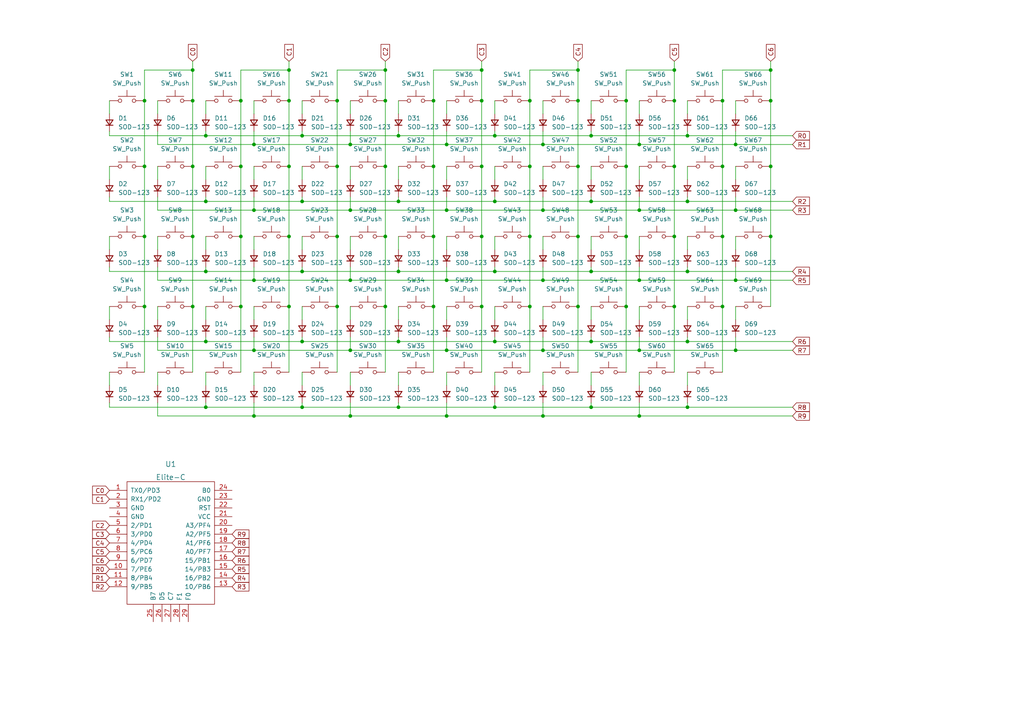
<source format=kicad_sch>
(kicad_sch (version 20211123) (generator eeschema)
  (paper "A4")
  (lib_symbols
    (symbol "Device:D_Small" (pin_numbers hide) (pin_names (offset 0.254) hide)
      (property "Reference" "D" (at -1.27 2.032 0))
      (property "Value" "D_Small" (at -3.81 -2.032 0))
      (symbol "D_Small_1_1"
        (pin passive line (at -2.54 0 0) (length 1.778) (name "K") (number "1"))
        (pin passive line (at 2.54 0 180) (length 1.778) (name "A") (number "2"))
      )
    )
    (symbol "Switch:SW_Push" (pin_numbers hide) (pin_names (offset 1.016) hide)
      (property "Reference" "SW" (at 1.27 2.54 0))
      (property "Value" "SW_Push" (at 0 -1.524 0))
      (symbol "SW_Push_0_1"
        (pin passive line (at -5.08 0 0) (length 2.54) (name "1") (number "1"))
        (pin passive line (at 5.08 0 180) (length 2.54) (name "2") (number "2"))
      )
    )
    (symbol "keebio:Elite-C" (pin_names (offset 1.016))
      (property "Reference" "U" (at 0 0 0))
      (property "Value" "Elite-C" (at 0 2.54 0))
      (symbol "Elite-C_1_1"
        (pin input line (at -17.78 13.97 0) (length 5.08) (name "TX0/PD3") (number "1"))
        (pin input line (at -17.78 -8.89 0) (length 5.08) (name "7/PE6") (number "10"))
        (pin input line (at -17.78 -11.43 0) (length 5.08) (name "8/PB4") (number "11"))
        (pin input line (at -17.78 -13.97 0) (length 5.08) (name "9/PB5") (number "12"))
        (pin input line (at 17.78 -13.97 180) (length 5.08) (name "10/PB6") (number "13"))
        (pin input line (at 17.78 -11.43 180) (length 5.08) (name "16/PB2") (number "14"))
        (pin input line (at 17.78 -8.89 180) (length 5.08) (name "14/PB3") (number "15"))
        (pin input line (at 17.78 -6.35 180) (length 5.08) (name "15/PB1") (number "16"))
        (pin input line (at 17.78 -3.81 180) (length 5.08) (name "A0/PF7") (number "17"))
        (pin input line (at 17.78 -1.27 180) (length 5.08) (name "A1/PF6") (number "18"))
        (pin input line (at 17.78 1.27 180) (length 5.08) (name "A2/PF5") (number "19"))
        (pin input line (at -17.78 11.43 0) (length 5.08) (name "RX1/PD2") (number "2"))
        (pin input line (at 17.78 3.81 180) (length 5.08) (name "A3/PF4") (number "20"))
        (pin input line (at 17.78 6.35 180) (length 5.08) (name "VCC") (number "21"))
        (pin input line (at 17.78 8.89 180) (length 5.08) (name "RST") (number "22"))
        (pin input line (at 17.78 11.43 180) (length 5.08) (name "GND") (number "23"))
        (pin input line (at 17.78 13.97 180) (length 5.08) (name "B0") (number "24"))
        (pin input line (at -5.08 -24.13 90) (length 5.08) (name "B7") (number "25"))
        (pin input line (at -2.54 -24.13 90) (length 5.08) (name "D5") (number "26"))
        (pin input line (at 0 -24.13 90) (length 5.08) (name "C7") (number "27"))
        (pin input line (at 2.54 -24.13 90) (length 5.08) (name "F1") (number "28"))
        (pin input line (at 5.08 -24.13 90) (length 5.08) (name "F0") (number "29"))
        (pin input line (at -17.78 8.89 0) (length 5.08) (name "GND") (number "3"))
        (pin input line (at -17.78 6.35 0) (length 5.08) (name "GND") (number "4"))
        (pin input line (at -17.78 3.81 0) (length 5.08) (name "2/PD1") (number "5"))
        (pin input line (at -17.78 1.27 0) (length 5.08) (name "3/PD0") (number "6"))
        (pin input line (at -17.78 -1.27 0) (length 5.08) (name "4/PD4") (number "7"))
        (pin input line (at -17.78 -3.81 0) (length 5.08) (name "5/PC6") (number "8"))
        (pin input line (at -17.78 -6.35 0) (length 5.08) (name "6/PD7") (number "9"))
      )
    )
  )
  (junction (at 223.52 29.21))
  (junction (at 185.42 41.91))
  (junction (at 111.76 29.21))
  (junction (at 157.48 60.96))
  (junction (at 153.67 48.26))
  (junction (at 87.63 78.74))
  (junction (at 129.54 41.91))
  (junction (at 111.76 20.32))
  (junction (at 55.88 48.26))
  (junction (at 167.64 48.26))
  (junction (at 167.64 20.32))
  (junction (at 97.79 68.58))
  (junction (at 139.7 48.26))
  (junction (at 115.57 39.37))
  (junction (at 41.91 48.26))
  (junction (at 153.67 29.21))
  (junction (at 213.36 41.91))
  (junction (at 97.79 29.21))
  (junction (at 213.36 60.96))
  (junction (at 97.79 88.9))
  (junction (at 143.51 39.37))
  (junction (at 185.42 101.6))
  (junction (at 213.36 81.28))
  (junction (at 115.57 78.74))
  (junction (at 83.82 88.9))
  (junction (at 73.66 81.28))
  (junction (at 69.85 48.26))
  (junction (at 181.61 88.9))
  (junction (at 143.51 58.42))
  (junction (at 59.69 58.42))
  (junction (at 171.45 39.37))
  (junction (at 167.64 68.58))
  (junction (at 111.76 88.9))
  (junction (at 101.6 120.65))
  (junction (at 157.48 81.28))
  (junction (at 157.48 120.65))
  (junction (at 83.82 68.58))
  (junction (at 167.64 29.21))
  (junction (at 111.76 48.26))
  (junction (at 143.51 99.06))
  (junction (at 97.79 48.26))
  (junction (at 199.39 39.37))
  (junction (at 199.39 58.42))
  (junction (at 129.54 60.96))
  (junction (at 59.69 99.06))
  (junction (at 185.42 60.96))
  (junction (at 139.7 88.9))
  (junction (at 157.48 101.6))
  (junction (at 101.6 101.6))
  (junction (at 73.66 41.91))
  (junction (at 153.67 68.58))
  (junction (at 125.73 29.21))
  (junction (at 87.63 58.42))
  (junction (at 139.7 29.21))
  (junction (at 83.82 48.26))
  (junction (at 73.66 101.6))
  (junction (at 101.6 81.28))
  (junction (at 101.6 41.91))
  (junction (at 125.73 48.26))
  (junction (at 181.61 48.26))
  (junction (at 139.7 20.32))
  (junction (at 195.58 29.21))
  (junction (at 55.88 29.21))
  (junction (at 129.54 120.65))
  (junction (at 125.73 88.9))
  (junction (at 209.55 29.21))
  (junction (at 83.82 20.32))
  (junction (at 87.63 39.37))
  (junction (at 213.36 101.6))
  (junction (at 73.66 60.96))
  (junction (at 41.91 88.9))
  (junction (at 199.39 118.11))
  (junction (at 171.45 58.42))
  (junction (at 195.58 68.58))
  (junction (at 125.73 68.58))
  (junction (at 55.88 88.9))
  (junction (at 195.58 48.26))
  (junction (at 115.57 58.42))
  (junction (at 83.82 29.21))
  (junction (at 181.61 68.58))
  (junction (at 143.51 78.74))
  (junction (at 143.51 118.11))
  (junction (at 115.57 118.11))
  (junction (at 223.52 68.58))
  (junction (at 171.45 118.11))
  (junction (at 87.63 99.06))
  (junction (at 199.39 99.06))
  (junction (at 167.64 88.9))
  (junction (at 87.63 118.11))
  (junction (at 199.39 78.74))
  (junction (at 223.52 20.32))
  (junction (at 185.42 120.65))
  (junction (at 101.6 60.96))
  (junction (at 59.69 118.11))
  (junction (at 153.67 88.9))
  (junction (at 129.54 101.6))
  (junction (at 73.66 120.65))
  (junction (at 129.54 81.28))
  (junction (at 157.48 41.91))
  (junction (at 209.55 88.9))
  (junction (at 195.58 88.9))
  (junction (at 69.85 68.58))
  (junction (at 181.61 29.21))
  (junction (at 59.69 78.74))
  (junction (at 69.85 29.21))
  (junction (at 69.85 88.9))
  (junction (at 41.91 29.21))
  (junction (at 55.88 20.32))
  (junction (at 115.57 99.06))
  (junction (at 209.55 48.26))
  (junction (at 55.88 68.58))
  (junction (at 139.7 68.58))
  (junction (at 195.58 20.32))
  (junction (at 171.45 78.74))
  (junction (at 171.45 99.06))
  (junction (at 223.52 48.26))
  (junction (at 41.91 68.58))
  (junction (at 111.76 68.58))
  (junction (at 59.69 39.37))
  (junction (at 185.42 81.28))
  (junction (at 209.55 68.58))
  (wire (pts (xy 41.91 48.26) (xy 41.91 29.21)))
  (wire (pts (xy 199.39 57.15) (xy 199.39 58.42)))
  (wire (pts (xy 171.45 68.58) (xy 171.45 72.39)))
  (wire (pts (xy 73.66 107.95) (xy 73.66 111.76)))
  (wire (pts (xy 185.42 41.91) (xy 213.36 41.91)))
  (wire (pts (xy 69.85 29.21) (xy 69.85 20.32)))
  (wire (pts (xy 171.45 88.9) (xy 171.45 92.71)))
  (wire (pts (xy 125.73 48.26) (xy 125.73 29.21)))
  (wire (pts (xy 115.57 88.9) (xy 115.57 92.71)))
  (wire (pts (xy 87.63 57.15) (xy 87.63 58.42)))
  (wire (pts (xy 157.48 88.9) (xy 157.48 92.71)))
  (wire (pts (xy 59.69 29.21) (xy 59.69 33.02)))
  (wire (pts (xy 69.85 20.32) (xy 83.82 20.32)))
  (wire (pts (xy 129.54 38.1) (xy 129.54 41.91)))
  (wire (pts (xy 199.39 39.37) (xy 229.87 39.37)))
  (wire (pts (xy 199.39 29.21) (xy 199.39 33.02)))
  (wire (pts (xy 31.75 118.11) (xy 59.69 118.11)))
  (wire (pts (xy 87.63 39.37) (xy 115.57 39.37)))
  (wire (pts (xy 73.66 77.47) (xy 73.66 81.28)))
  (wire (pts (xy 45.72 60.96) (xy 73.66 60.96)))
  (wire (pts (xy 111.76 29.21) (xy 111.76 48.26)))
  (wire (pts (xy 185.42 81.28) (xy 213.36 81.28)))
  (wire (pts (xy 97.79 68.58) (xy 97.79 48.26)))
  (wire (pts (xy 87.63 58.42) (xy 115.57 58.42)))
  (wire (pts (xy 143.51 68.58) (xy 143.51 72.39)))
  (wire (pts (xy 45.72 120.65) (xy 73.66 120.65)))
  (wire (pts (xy 143.51 88.9) (xy 143.51 92.71)))
  (wire (pts (xy 223.52 48.26) (xy 223.52 68.58)))
  (wire (pts (xy 87.63 38.1) (xy 87.63 39.37)))
  (wire (pts (xy 143.51 77.47) (xy 143.51 78.74)))
  (wire (pts (xy 101.6 68.58) (xy 101.6 72.39)))
  (wire (pts (xy 171.45 107.95) (xy 171.45 111.76)))
  (wire (pts (xy 213.36 38.1) (xy 213.36 41.91)))
  (wire (pts (xy 101.6 57.15) (xy 101.6 60.96)))
  (wire (pts (xy 83.82 48.26) (xy 83.82 68.58)))
  (wire (pts (xy 45.72 41.91) (xy 73.66 41.91)))
  (wire (pts (xy 73.66 60.96) (xy 101.6 60.96)))
  (wire (pts (xy 185.42 29.21) (xy 185.42 33.02)))
  (wire (pts (xy 199.39 58.42) (xy 229.87 58.42)))
  (wire (pts (xy 69.85 68.58) (xy 69.85 48.26)))
  (wire (pts (xy 125.73 68.58) (xy 125.73 48.26)))
  (wire (pts (xy 83.82 68.58) (xy 83.82 88.9)))
  (wire (pts (xy 143.51 107.95) (xy 143.51 111.76)))
  (wire (pts (xy 31.75 78.74) (xy 59.69 78.74)))
  (wire (pts (xy 59.69 97.79) (xy 59.69 99.06)))
  (wire (pts (xy 157.48 41.91) (xy 185.42 41.91)))
  (wire (pts (xy 185.42 60.96) (xy 213.36 60.96)))
  (wire (pts (xy 143.51 78.74) (xy 171.45 78.74)))
  (wire (pts (xy 101.6 88.9) (xy 101.6 92.71)))
  (wire (pts (xy 139.7 88.9) (xy 139.7 107.95)))
  (wire (pts (xy 223.52 29.21) (xy 223.52 48.26)))
  (wire (pts (xy 129.54 57.15) (xy 129.54 60.96)))
  (wire (pts (xy 199.39 78.74) (xy 229.87 78.74)))
  (wire (pts (xy 59.69 48.26) (xy 59.69 52.07)))
  (wire (pts (xy 223.52 17.78) (xy 223.52 20.32)))
  (wire (pts (xy 181.61 107.95) (xy 181.61 88.9)))
  (wire (pts (xy 129.54 107.95) (xy 129.54 111.76)))
  (wire (pts (xy 157.48 116.84) (xy 157.48 120.65)))
  (wire (pts (xy 45.72 97.79) (xy 45.72 101.6)))
  (wire (pts (xy 55.88 17.78) (xy 55.88 20.32)))
  (wire (pts (xy 209.55 20.32) (xy 223.52 20.32)))
  (wire (pts (xy 41.91 88.9) (xy 41.91 68.58)))
  (wire (pts (xy 97.79 88.9) (xy 97.79 68.58)))
  (wire (pts (xy 45.72 57.15) (xy 45.72 60.96)))
  (wire (pts (xy 171.45 78.74) (xy 199.39 78.74)))
  (wire (pts (xy 139.7 17.78) (xy 139.7 20.32)))
  (wire (pts (xy 129.54 116.84) (xy 129.54 120.65)))
  (wire (pts (xy 153.67 88.9) (xy 153.67 68.58)))
  (wire (pts (xy 59.69 78.74) (xy 87.63 78.74)))
  (wire (pts (xy 55.88 68.58) (xy 55.88 88.9)))
  (wire (pts (xy 213.36 41.91) (xy 229.87 41.91)))
  (wire (pts (xy 111.76 48.26) (xy 111.76 68.58)))
  (wire (pts (xy 213.36 68.58) (xy 213.36 72.39)))
  (wire (pts (xy 171.45 57.15) (xy 171.45 58.42)))
  (wire (pts (xy 209.55 88.9) (xy 209.55 68.58)))
  (wire (pts (xy 171.45 38.1) (xy 171.45 39.37)))
  (wire (pts (xy 213.36 48.26) (xy 213.36 52.07)))
  (wire (pts (xy 115.57 116.84) (xy 115.57 118.11)))
  (wire (pts (xy 59.69 107.95) (xy 59.69 111.76)))
  (wire (pts (xy 73.66 120.65) (xy 101.6 120.65)))
  (wire (pts (xy 31.75 48.26) (xy 31.75 52.07)))
  (wire (pts (xy 87.63 29.21) (xy 87.63 33.02)))
  (wire (pts (xy 167.64 88.9) (xy 167.64 107.95)))
  (wire (pts (xy 185.42 38.1) (xy 185.42 41.91)))
  (wire (pts (xy 87.63 78.74) (xy 115.57 78.74)))
  (wire (pts (xy 129.54 68.58) (xy 129.54 72.39)))
  (wire (pts (xy 185.42 101.6) (xy 213.36 101.6)))
  (wire (pts (xy 87.63 48.26) (xy 87.63 52.07)))
  (wire (pts (xy 101.6 81.28) (xy 129.54 81.28)))
  (wire (pts (xy 115.57 68.58) (xy 115.57 72.39)))
  (wire (pts (xy 171.45 116.84) (xy 171.45 118.11)))
  (wire (pts (xy 101.6 41.91) (xy 129.54 41.91)))
  (wire (pts (xy 45.72 88.9) (xy 45.72 92.71)))
  (wire (pts (xy 185.42 77.47) (xy 185.42 81.28)))
  (wire (pts (xy 157.48 29.21) (xy 157.48 33.02)))
  (wire (pts (xy 101.6 116.84) (xy 101.6 120.65)))
  (wire (pts (xy 199.39 68.58) (xy 199.39 72.39)))
  (wire (pts (xy 171.45 29.21) (xy 171.45 33.02)))
  (wire (pts (xy 115.57 99.06) (xy 143.51 99.06)))
  (wire (pts (xy 167.64 20.32) (xy 167.64 29.21)))
  (wire (pts (xy 171.45 97.79) (xy 171.45 99.06)))
  (wire (pts (xy 31.75 99.06) (xy 59.69 99.06)))
  (wire (pts (xy 41.91 29.21) (xy 41.91 20.32)))
  (wire (pts (xy 181.61 68.58) (xy 181.61 48.26)))
  (wire (pts (xy 59.69 99.06) (xy 87.63 99.06)))
  (wire (pts (xy 195.58 48.26) (xy 195.58 68.58)))
  (wire (pts (xy 153.67 29.21) (xy 153.67 20.32)))
  (wire (pts (xy 223.52 20.32) (xy 223.52 29.21)))
  (wire (pts (xy 129.54 97.79) (xy 129.54 101.6)))
  (wire (pts (xy 199.39 97.79) (xy 199.39 99.06)))
  (wire (pts (xy 83.82 17.78) (xy 83.82 20.32)))
  (wire (pts (xy 157.48 68.58) (xy 157.48 72.39)))
  (wire (pts (xy 223.52 68.58) (xy 223.52 88.9)))
  (wire (pts (xy 181.61 88.9) (xy 181.61 68.58)))
  (wire (pts (xy 45.72 81.28) (xy 73.66 81.28)))
  (wire (pts (xy 87.63 116.84) (xy 87.63 118.11)))
  (wire (pts (xy 97.79 48.26) (xy 97.79 29.21)))
  (wire (pts (xy 41.91 20.32) (xy 55.88 20.32)))
  (wire (pts (xy 87.63 97.79) (xy 87.63 99.06)))
  (wire (pts (xy 185.42 120.65) (xy 229.87 120.65)))
  (wire (pts (xy 41.91 107.95) (xy 41.91 88.9)))
  (wire (pts (xy 73.66 29.21) (xy 73.66 33.02)))
  (wire (pts (xy 209.55 48.26) (xy 209.55 29.21)))
  (wire (pts (xy 143.51 116.84) (xy 143.51 118.11)))
  (wire (pts (xy 31.75 97.79) (xy 31.75 99.06)))
  (wire (pts (xy 97.79 29.21) (xy 97.79 20.32)))
  (wire (pts (xy 157.48 81.28) (xy 185.42 81.28)))
  (wire (pts (xy 73.66 116.84) (xy 73.66 120.65)))
  (wire (pts (xy 157.48 48.26) (xy 157.48 52.07)))
  (wire (pts (xy 181.61 20.32) (xy 195.58 20.32)))
  (wire (pts (xy 185.42 88.9) (xy 185.42 92.71)))
  (wire (pts (xy 213.36 77.47) (xy 213.36 81.28)))
  (wire (pts (xy 143.51 99.06) (xy 171.45 99.06)))
  (wire (pts (xy 45.72 107.95) (xy 45.72 111.76)))
  (wire (pts (xy 129.54 120.65) (xy 157.48 120.65)))
  (wire (pts (xy 83.82 88.9) (xy 83.82 107.95)))
  (wire (pts (xy 129.54 88.9) (xy 129.54 92.71)))
  (wire (pts (xy 171.45 99.06) (xy 199.39 99.06)))
  (wire (pts (xy 185.42 116.84) (xy 185.42 120.65)))
  (wire (pts (xy 167.64 48.26) (xy 167.64 68.58)))
  (wire (pts (xy 129.54 101.6) (xy 157.48 101.6)))
  (wire (pts (xy 87.63 77.47) (xy 87.63 78.74)))
  (wire (pts (xy 101.6 60.96) (xy 129.54 60.96)))
  (wire (pts (xy 157.48 97.79) (xy 157.48 101.6)))
  (wire (pts (xy 129.54 29.21) (xy 129.54 33.02)))
  (wire (pts (xy 181.61 29.21) (xy 181.61 20.32)))
  (wire (pts (xy 45.72 116.84) (xy 45.72 120.65)))
  (wire (pts (xy 213.36 60.96) (xy 229.87 60.96)))
  (wire (pts (xy 199.39 88.9) (xy 199.39 92.71)))
  (wire (pts (xy 171.45 118.11) (xy 199.39 118.11)))
  (wire (pts (xy 115.57 78.74) (xy 143.51 78.74)))
  (wire (pts (xy 195.58 20.32) (xy 195.58 29.21)))
  (wire (pts (xy 101.6 38.1) (xy 101.6 41.91)))
  (wire (pts (xy 143.51 38.1) (xy 143.51 39.37)))
  (wire (pts (xy 101.6 77.47) (xy 101.6 81.28)))
  (wire (pts (xy 167.64 68.58) (xy 167.64 88.9)))
  (wire (pts (xy 199.39 99.06) (xy 229.87 99.06)))
  (wire (pts (xy 157.48 57.15) (xy 157.48 60.96)))
  (wire (pts (xy 143.51 57.15) (xy 143.51 58.42)))
  (wire (pts (xy 59.69 116.84) (xy 59.69 118.11)))
  (wire (pts (xy 199.39 116.84) (xy 199.39 118.11)))
  (wire (pts (xy 185.42 97.79) (xy 185.42 101.6)))
  (wire (pts (xy 83.82 29.21) (xy 83.82 48.26)))
  (wire (pts (xy 139.7 29.21) (xy 139.7 48.26)))
  (wire (pts (xy 97.79 107.95) (xy 97.79 88.9)))
  (wire (pts (xy 31.75 88.9) (xy 31.75 92.71)))
  (wire (pts (xy 87.63 118.11) (xy 115.57 118.11)))
  (wire (pts (xy 31.75 38.1) (xy 31.75 39.37)))
  (wire (pts (xy 83.82 20.32) (xy 83.82 29.21)))
  (wire (pts (xy 157.48 101.6) (xy 185.42 101.6)))
  (wire (pts (xy 185.42 107.95) (xy 185.42 111.76)))
  (wire (pts (xy 45.72 48.26) (xy 45.72 52.07)))
  (wire (pts (xy 213.36 57.15) (xy 213.36 60.96)))
  (wire (pts (xy 101.6 101.6) (xy 129.54 101.6)))
  (wire (pts (xy 199.39 118.11) (xy 229.87 118.11)))
  (wire (pts (xy 143.51 39.37) (xy 171.45 39.37)))
  (wire (pts (xy 157.48 120.65) (xy 185.42 120.65)))
  (wire (pts (xy 171.45 77.47) (xy 171.45 78.74)))
  (wire (pts (xy 195.58 88.9) (xy 195.58 107.95)))
  (wire (pts (xy 55.88 88.9) (xy 55.88 107.95)))
  (wire (pts (xy 55.88 20.32) (xy 55.88 29.21)))
  (wire (pts (xy 31.75 107.95) (xy 31.75 111.76)))
  (wire (pts (xy 195.58 17.78) (xy 195.58 20.32)))
  (wire (pts (xy 115.57 48.26) (xy 115.57 52.07)))
  (wire (pts (xy 213.36 97.79) (xy 213.36 101.6)))
  (wire (pts (xy 185.42 57.15) (xy 185.42 60.96)))
  (wire (pts (xy 73.66 97.79) (xy 73.66 101.6)))
  (wire (pts (xy 129.54 81.28) (xy 157.48 81.28)))
  (wire (pts (xy 59.69 58.42) (xy 87.63 58.42)))
  (wire (pts (xy 209.55 88.9) (xy 209.55 107.95)))
  (wire (pts (xy 171.45 39.37) (xy 199.39 39.37)))
  (wire (pts (xy 209.55 68.58) (xy 209.55 48.26)))
  (wire (pts (xy 45.72 29.21) (xy 45.72 33.02)))
  (wire (pts (xy 129.54 48.26) (xy 129.54 52.07)))
  (wire (pts (xy 31.75 29.21) (xy 31.75 33.02)))
  (wire (pts (xy 111.76 17.78) (xy 111.76 20.32)))
  (wire (pts (xy 213.36 81.28) (xy 229.87 81.28)))
  (wire (pts (xy 129.54 60.96) (xy 157.48 60.96)))
  (wire (pts (xy 73.66 48.26) (xy 73.66 52.07)))
  (wire (pts (xy 55.88 48.26) (xy 55.88 68.58)))
  (wire (pts (xy 199.39 48.26) (xy 199.39 52.07)))
  (wire (pts (xy 185.42 68.58) (xy 185.42 72.39)))
  (wire (pts (xy 59.69 57.15) (xy 59.69 58.42)))
  (wire (pts (xy 125.73 20.32) (xy 139.7 20.32)))
  (wire (pts (xy 213.36 101.6) (xy 229.87 101.6)))
  (wire (pts (xy 157.48 107.95) (xy 157.48 111.76)))
  (wire (pts (xy 73.66 88.9) (xy 73.66 92.71)))
  (wire (pts (xy 101.6 120.65) (xy 129.54 120.65)))
  (wire (pts (xy 153.67 20.32) (xy 167.64 20.32)))
  (wire (pts (xy 69.85 48.26) (xy 69.85 29.21)))
  (wire (pts (xy 199.39 38.1) (xy 199.39 39.37)))
  (wire (pts (xy 129.54 41.91) (xy 157.48 41.91)))
  (wire (pts (xy 181.61 48.26) (xy 181.61 29.21)))
  (wire (pts (xy 143.51 58.42) (xy 171.45 58.42)))
  (wire (pts (xy 153.67 68.58) (xy 153.67 48.26)))
  (wire (pts (xy 153.67 107.95) (xy 153.67 88.9)))
  (wire (pts (xy 195.58 68.58) (xy 195.58 88.9)))
  (wire (pts (xy 157.48 38.1) (xy 157.48 41.91)))
  (wire (pts (xy 45.72 38.1) (xy 45.72 41.91)))
  (wire (pts (xy 143.51 29.21) (xy 143.51 33.02)))
  (wire (pts (xy 199.39 107.95) (xy 199.39 111.76)))
  (wire (pts (xy 45.72 101.6) (xy 73.66 101.6)))
  (wire (pts (xy 115.57 97.79) (xy 115.57 99.06)))
  (wire (pts (xy 139.7 20.32) (xy 139.7 29.21)))
  (wire (pts (xy 157.48 77.47) (xy 157.48 81.28)))
  (wire (pts (xy 101.6 29.21) (xy 101.6 33.02)))
  (wire (pts (xy 31.75 68.58) (xy 31.75 72.39)))
  (wire (pts (xy 101.6 48.26) (xy 101.6 52.07)))
  (wire (pts (xy 31.75 58.42) (xy 59.69 58.42)))
  (wire (pts (xy 115.57 58.42) (xy 143.51 58.42)))
  (wire (pts (xy 111.76 88.9) (xy 111.76 107.95)))
  (wire (pts (xy 87.63 68.58) (xy 87.63 72.39)))
  (wire (pts (xy 55.88 29.21) (xy 55.88 48.26)))
  (wire (pts (xy 101.6 97.79) (xy 101.6 101.6)))
  (wire (pts (xy 59.69 118.11) (xy 87.63 118.11)))
  (wire (pts (xy 125.73 107.95) (xy 125.73 88.9)))
  (wire (pts (xy 139.7 48.26) (xy 139.7 68.58)))
  (wire (pts (xy 69.85 107.95) (xy 69.85 88.9)))
  (wire (pts (xy 153.67 48.26) (xy 153.67 29.21)))
  (wire (pts (xy 41.91 68.58) (xy 41.91 48.26)))
  (wire (pts (xy 101.6 107.95) (xy 101.6 111.76)))
  (wire (pts (xy 31.75 116.84) (xy 31.75 118.11)))
  (wire (pts (xy 73.66 57.15) (xy 73.66 60.96)))
  (wire (pts (xy 31.75 77.47) (xy 31.75 78.74)))
  (wire (pts (xy 139.7 68.58) (xy 139.7 88.9)))
  (wire (pts (xy 59.69 39.37) (xy 87.63 39.37)))
  (wire (pts (xy 195.58 29.21) (xy 195.58 48.26)))
  (wire (pts (xy 97.79 20.32) (xy 111.76 20.32)))
  (wire (pts (xy 167.64 17.78) (xy 167.64 20.32)))
  (wire (pts (xy 73.66 68.58) (xy 73.66 72.39)))
  (wire (pts (xy 157.48 60.96) (xy 185.42 60.96)))
  (wire (pts (xy 73.66 41.91) (xy 101.6 41.91)))
  (wire (pts (xy 125.73 29.21) (xy 125.73 20.32)))
  (wire (pts (xy 213.36 29.21) (xy 213.36 33.02)))
  (wire (pts (xy 143.51 118.11) (xy 171.45 118.11)))
  (wire (pts (xy 171.45 48.26) (xy 171.45 52.07)))
  (wire (pts (xy 45.72 68.58) (xy 45.72 72.39)))
  (wire (pts (xy 171.45 58.42) (xy 199.39 58.42)))
  (wire (pts (xy 143.51 48.26) (xy 143.51 52.07)))
  (wire (pts (xy 115.57 39.37) (xy 143.51 39.37)))
  (wire (pts (xy 87.63 99.06) (xy 115.57 99.06)))
  (wire (pts (xy 87.63 88.9) (xy 87.63 92.71)))
  (wire (pts (xy 213.36 88.9) (xy 213.36 92.71)))
  (wire (pts (xy 59.69 68.58) (xy 59.69 72.39)))
  (wire (pts (xy 59.69 38.1) (xy 59.69 39.37)))
  (wire (pts (xy 31.75 57.15) (xy 31.75 58.42)))
  (wire (pts (xy 115.57 38.1) (xy 115.57 39.37)))
  (wire (pts (xy 73.66 38.1) (xy 73.66 41.91)))
  (wire (pts (xy 115.57 118.11) (xy 143.51 118.11)))
  (wire (pts (xy 45.72 77.47) (xy 45.72 81.28)))
  (wire (pts (xy 185.42 48.26) (xy 185.42 52.07)))
  (wire (pts (xy 115.57 107.95) (xy 115.57 111.76)))
  (wire (pts (xy 199.39 77.47) (xy 199.39 78.74)))
  (wire (pts (xy 69.85 88.9) (xy 69.85 68.58)))
  (wire (pts (xy 111.76 68.58) (xy 111.76 88.9)))
  (wire (pts (xy 59.69 77.47) (xy 59.69 78.74)))
  (wire (pts (xy 87.63 107.95) (xy 87.63 111.76)))
  (wire (pts (xy 143.51 97.79) (xy 143.51 99.06)))
  (wire (pts (xy 129.54 77.47) (xy 129.54 81.28)))
  (wire (pts (xy 125.73 88.9) (xy 125.73 68.58)))
  (wire (pts (xy 115.57 57.15) (xy 115.57 58.42)))
  (wire (pts (xy 59.69 88.9) (xy 59.69 92.71)))
  (wire (pts (xy 31.75 39.37) (xy 59.69 39.37)))
  (wire (pts (xy 111.76 20.32) (xy 111.76 29.21)))
  (wire (pts (xy 167.64 29.21) (xy 167.64 48.26)))
  (wire (pts (xy 115.57 77.47) (xy 115.57 78.74)))
  (wire (pts (xy 209.55 29.21) (xy 209.55 20.32)))
  (wire (pts (xy 73.66 101.6) (xy 101.6 101.6)))
  (wire (pts (xy 73.66 81.28) (xy 101.6 81.28)))
  (wire (pts (xy 115.57 29.21) (xy 115.57 33.02)))
  (global_label "R8" (shape input) (at 229.87 118.11 0) (property "Intersheet References" "${INTERSHEET_REFS}" (effects hide)))
  (global_label "C3" (shape input) (at 139.7 17.78 90) (property "Intersheet References" "${INTERSHEET_REFS}" (effects hide)))
  (global_label "C4" (shape input) (at 31.75 157.48 180) (property "Intersheet References" "${INTERSHEET_REFS}" (effects hide)))
  (global_label "R5" (shape input) (at 229.87 81.28 0) (property "Intersheet References" "${INTERSHEET_REFS}" (effects hide)))
  (global_label "R2" (shape input) (at 229.87 58.42 0) (property "Intersheet References" "${INTERSHEET_REFS}" (effects hide)))
  (global_label "R6" (shape input) (at 229.87 99.06 0) (property "Intersheet References" "${INTERSHEET_REFS}" (effects hide)))
  (global_label "R9" (shape input) (at 229.87 120.65 0) (property "Intersheet References" "${INTERSHEET_REFS}" (effects hide)))
  (global_label "R4" (shape input) (at 67.31 167.64 0) (property "Intersheet References" "${INTERSHEET_REFS}" (effects hide)))
  (global_label "C3" (shape input) (at 31.75 154.94 180) (property "Intersheet References" "${INTERSHEET_REFS}" (effects hide)))
  (global_label "C5" (shape input) (at 31.75 160.02 180) (property "Intersheet References" "${INTERSHEET_REFS}" (effects hide)))
  (global_label "R6" (shape input) (at 67.31 162.56 0) (property "Intersheet References" "${INTERSHEET_REFS}" (effects hide)))
  (global_label "C6" (shape input) (at 223.52 17.78 90) (property "Intersheet References" "${INTERSHEET_REFS}" (effects hide)))
  (global_label "C2" (shape input) (at 111.76 17.78 90) (property "Intersheet References" "${INTERSHEET_REFS}" (effects hide)))
  (global_label "R0" (shape input) (at 31.75 165.1 180) (property "Intersheet References" "${INTERSHEET_REFS}" (effects hide)))
  (global_label "C4" (shape input) (at 167.64 17.78 90) (property "Intersheet References" "${INTERSHEET_REFS}" (effects hide)))
  (global_label "R7" (shape input) (at 229.87 101.6 0) (property "Intersheet References" "${INTERSHEET_REFS}" (effects hide)))
  (global_label "R3" (shape input) (at 67.31 170.18 0) (property "Intersheet References" "${INTERSHEET_REFS}" (effects hide)))
  (global_label "R4" (shape input) (at 229.87 78.74 0) (property "Intersheet References" "${INTERSHEET_REFS}" (effects hide)))
  (global_label "R1" (shape input) (at 229.87 41.91 0) (property "Intersheet References" "${INTERSHEET_REFS}" (effects hide)))
  (global_label "C6" (shape input) (at 31.75 162.56 180) (property "Intersheet References" "${INTERSHEET_REFS}" (effects hide)))
  (global_label "R5" (shape input) (at 67.31 165.1 0) (property "Intersheet References" "${INTERSHEET_REFS}" (effects hide)))
  (global_label "R2" (shape input) (at 31.75 170.18 180) (property "Intersheet References" "${INTERSHEET_REFS}" (effects hide)))
  (global_label "C5" (shape input) (at 195.58 17.78 90) (property "Intersheet References" "${INTERSHEET_REFS}" (effects hide)))
  (global_label "R3" (shape input) (at 229.87 60.96 0) (property "Intersheet References" "${INTERSHEET_REFS}" (effects hide)))
  (global_label "C1" (shape input) (at 83.82 17.78 90) (property "Intersheet References" "${INTERSHEET_REFS}" (effects hide)))
  (global_label "C0" (shape input) (at 55.88 17.78 90) (property "Intersheet References" "${INTERSHEET_REFS}" (effects hide)))
  (global_label "C1" (shape input) (at 31.75 144.78 180) (property "Intersheet References" "${INTERSHEET_REFS}" (effects hide)))
  (global_label "C0" (shape input) (at 31.75 142.24 180) (property "Intersheet References" "${INTERSHEET_REFS}" (effects hide)))
  (global_label "C2" (shape input) (at 31.75 152.4 180) (property "Intersheet References" "${INTERSHEET_REFS}" (effects hide)))
  (global_label "R9" (shape input) (at 67.31 154.94 0) (property "Intersheet References" "${INTERSHEET_REFS}" (effects hide)))
  (global_label "R1" (shape input) (at 31.75 167.64 180) (property "Intersheet References" "${INTERSHEET_REFS}" (effects hide)))
  (global_label "R8" (shape input) (at 67.31 157.48 0) (property "Intersheet References" "${INTERSHEET_REFS}" (effects hide)))
  (global_label "R7" (shape input) (at 67.31 160.02 0) (property "Intersheet References" "${INTERSHEET_REFS}" (effects hide)))
  (global_label "R0" (shape input) (at 229.87 39.37 0) (property "Intersheet References" "${INTERSHEET_REFS}" (effects hide)))
  (symbol (lib_id "Device:D_Small") (at 87.63 35.56 90) (unit 1)
    (property "Reference" "D21" (at 90.17 34.2899 90) (effects (justify right)))
    (property "Value" "SOD-123" (at 90.17 36.8299 90) (effects (justify right)))
    (property "Footprint" "Diode_SMD:D_SOD-123" (effects hide))
  )
  (symbol (lib_id "Switch:SW_Push") (at 78.74 29.21 0) (unit 1)
    (property "Reference" "SW16" (at 78.74 21.59 0))
    (property "Value" "SW_Push" (at 78.74 24.13 0))
    (property "Footprint" "marbastlib-choc:SW_choc_1u" (effects hide))
  )
  (symbol (lib_id "Switch:SW_Push") (at 190.5 29.21 0) (unit 1)
    (property "Reference" "SW56" (at 190.5 21.59 0))
    (property "Value" "SW_Push" (at 190.5 24.13 0))
    (property "Footprint" "marbastlib-choc:SW_choc_1u" (effects hide))
  )
  (symbol (lib_id "Device:D_Small") (at 157.48 54.61 90) (unit 1)
    (property "Reference" "D47" (at 160.02 53.3399 90) (effects (justify right)))
    (property "Value" "SOD-123" (at 160.02 55.8799 90) (effects (justify right)))
    (property "Footprint" "Diode_SMD:D_SOD-123" (effects hide))
  )
  (symbol (lib_id "Device:D_Small") (at 59.69 114.3 90) (unit 1)
    (property "Reference" "D15" (at 62.23 113.0299 90) (effects (justify right)))
    (property "Value" "SOD-123" (at 62.23 115.5699 90) (effects (justify right)))
    (property "Footprint" "Diode_SMD:D_SOD-123" (effects hide))
  )
  (symbol (lib_id "Device:D_Small") (at 101.6 35.56 90) (unit 1)
    (property "Reference" "D26" (at 104.14 34.2899 90) (effects (justify right)))
    (property "Value" "SOD-123" (at 104.14 36.8299 90) (effects (justify right)))
    (property "Footprint" "Diode_SMD:D_SOD-123" (effects hide))
  )
  (symbol (lib_id "Device:D_Small") (at 171.45 35.56 90) (unit 1)
    (property "Reference" "D51" (at 173.99 34.2899 90) (effects (justify right)))
    (property "Value" "SOD-123" (at 173.99 36.8299 90) (effects (justify right)))
    (property "Footprint" "Diode_SMD:D_SOD-123" (effects hide))
  )
  (symbol (lib_id "Switch:SW_Push") (at 106.68 107.95 0) (unit 1)
    (property "Reference" "SW30" (at 106.68 100.33 0))
    (property "Value" "SW_Push" (at 106.68 102.87 0))
    (property "Footprint" "marbastlib-choc:SW_choc_1.5u" (effects hide))
  )
  (symbol (lib_id "Device:D_Small") (at 129.54 114.3 90) (unit 1)
    (property "Reference" "D40" (at 132.08 113.0299 90) (effects (justify right)))
    (property "Value" "SOD-123" (at 132.08 115.5699 90) (effects (justify right)))
    (property "Footprint" "Diode_SMD:D_SOD-123" (effects hide))
  )
  (symbol (lib_id "Switch:SW_Push") (at 148.59 88.9 0) (unit 1)
    (property "Reference" "SW44" (at 148.59 81.28 0))
    (property "Value" "SW_Push" (at 148.59 83.82 0))
    (property "Footprint" "marbastlib-choc:SW_choc_1u" (effects hide))
  )
  (symbol (lib_id "Switch:SW_Push") (at 120.65 48.26 0) (unit 1)
    (property "Reference" "SW32" (at 120.65 40.64 0))
    (property "Value" "SW_Push" (at 120.65 43.18 0))
    (property "Footprint" "marbastlib-choc:SW_choc_1u" (effects hide))
  )
  (symbol (lib_id "Switch:SW_Push") (at 176.53 29.21 0) (unit 1)
    (property "Reference" "SW51" (at 176.53 21.59 0))
    (property "Value" "SW_Push" (at 176.53 24.13 0))
    (property "Footprint" "marbastlib-choc:SW_choc_1u" (effects hide))
  )
  (symbol (lib_id "Device:D_Small") (at 101.6 114.3 90) (unit 1)
    (property "Reference" "D30" (at 104.14 113.0299 90) (effects (justify right)))
    (property "Value" "SOD-123" (at 104.14 115.5699 90) (effects (justify right)))
    (property "Footprint" "Diode_SMD:D_SOD-123" (effects hide))
  )
  (symbol (lib_id "Switch:SW_Push") (at 134.62 68.58 0) (unit 1)
    (property "Reference" "SW38" (at 134.62 60.96 0))
    (property "Value" "SW_Push" (at 134.62 63.5 0))
    (property "Footprint" "marbastlib-choc:SW_choc_1u" (effects hide))
  )
  (symbol (lib_id "Device:D_Small") (at 115.57 74.93 90) (unit 1)
    (property "Reference" "D33" (at 118.11 73.6599 90) (effects (justify right)))
    (property "Value" "SOD-123" (at 118.11 76.1999 90) (effects (justify right)))
    (property "Footprint" "Diode_SMD:D_SOD-123" (effects hide))
  )
  (symbol (lib_id "Device:D_Small") (at 129.54 74.93 90) (unit 1)
    (property "Reference" "D38" (at 132.08 73.6599 90) (effects (justify right)))
    (property "Value" "SOD-123" (at 132.08 76.1999 90) (effects (justify right)))
    (property "Footprint" "Diode_SMD:D_SOD-123" (effects hide))
  )
  (symbol (lib_id "Switch:SW_Push") (at 36.83 107.95 0) (unit 1)
    (property "Reference" "SW5" (at 36.83 100.33 0))
    (property "Value" "SW_Push" (at 36.83 102.87 0))
    (property "Footprint" "marbastlib-choc:SW_choc_1u" (effects hide))
  )
  (symbol (lib_id "Device:D_Small") (at 185.42 35.56 90) (unit 1)
    (property "Reference" "D56" (at 187.96 34.2899 90) (effects (justify right)))
    (property "Value" "SOD-123" (at 187.96 36.8299 90) (effects (justify right)))
    (property "Footprint" "Diode_SMD:D_SOD-123" (effects hide))
  )
  (symbol (lib_id "Device:D_Small") (at 199.39 54.61 90) (unit 1)
    (property "Reference" "D62" (at 201.93 53.3399 90) (effects (justify right)))
    (property "Value" "SOD-123" (at 201.93 55.8799 90) (effects (justify right)))
    (property "Footprint" "Diode_SMD:D_SOD-123" (effects hide))
  )
  (symbol (lib_id "Device:D_Small") (at 185.42 54.61 90) (unit 1)
    (property "Reference" "D57" (at 187.96 53.3399 90) (effects (justify right)))
    (property "Value" "SOD-123" (at 187.96 55.8799 90) (effects (justify right)))
    (property "Footprint" "Diode_SMD:D_SOD-123" (effects hide))
  )
  (symbol (lib_id "Device:D_Small") (at 213.36 54.61 90) (unit 1)
    (property "Reference" "D67" (at 215.9 53.3399 90) (effects (justify right)))
    (property "Value" "SOD-123" (at 215.9 55.8799 90) (effects (justify right)))
    (property "Footprint" "Diode_SMD:D_SOD-123" (effects hide))
  )
  (symbol (lib_id "Device:D_Small") (at 31.75 114.3 90) (unit 1)
    (property "Reference" "D5" (at 34.29 113.0299 90) (effects (justify right)))
    (property "Value" "SOD-123" (at 34.29 115.5699 90) (effects (justify right)))
    (property "Footprint" "Diode_SMD:D_SOD-123" (effects hide))
  )
  (symbol (lib_id "Device:D_Small") (at 115.57 95.25 90) (unit 1)
    (property "Reference" "D34" (at 118.11 93.9799 90) (effects (justify right)))
    (property "Value" "SOD-123" (at 118.11 96.5199 90) (effects (justify right)))
    (property "Footprint" "Diode_SMD:D_SOD-123" (effects hide))
  )
  (symbol (lib_id "Switch:SW_Push") (at 204.47 88.9 0) (unit 1)
    (property "Reference" "SW64" (at 204.47 81.28 0))
    (property "Value" "SW_Push" (at 204.47 83.82 0))
    (property "Footprint" "marbastlib-choc:SW_choc_1u" (effects hide))
  )
  (symbol (lib_id "Device:D_Small") (at 213.36 74.93 90) (unit 1)
    (property "Reference" "D68" (at 215.9 73.6599 90) (effects (justify right)))
    (property "Value" "SOD-123" (at 215.9 76.1999 90) (effects (justify right)))
    (property "Footprint" "Diode_SMD:D_SOD-123" (effects hide))
  )
  (symbol (lib_id "Switch:SW_Push") (at 50.8 68.58 0) (unit 1)
    (property "Reference" "SW8" (at 50.8 60.96 0))
    (property "Value" "SW_Push" (at 50.8 63.5 0))
    (property "Footprint" "marbastlib-choc:SW_choc_1u" (effects hide))
  )
  (symbol (lib_id "Device:D_Small") (at 185.42 114.3 90) (unit 1)
    (property "Reference" "D60" (at 187.96 113.0299 90) (effects (justify right)))
    (property "Value" "SOD-123" (at 187.96 115.5699 90) (effects (justify right)))
    (property "Footprint" "Diode_SMD:D_SOD-123" (effects hide))
  )
  (symbol (lib_id "Switch:SW_Push") (at 162.56 48.26 0) (unit 1)
    (property "Reference" "SW47" (at 162.56 40.64 0))
    (property "Value" "SW_Push" (at 162.56 43.18 0))
    (property "Footprint" "marbastlib-choc:SW_choc_1u" (effects hide))
  )
  (symbol (lib_id "Switch:SW_Push") (at 64.77 48.26 0) (unit 1)
    (property "Reference" "SW12" (at 64.77 40.64 0))
    (property "Value" "SW_Push" (at 64.77 43.18 0))
    (property "Footprint" "marbastlib-choc:SW_choc_1u" (effects hide))
  )
  (symbol (lib_id "Switch:SW_Push") (at 176.53 48.26 0) (unit 1)
    (property "Reference" "SW52" (at 176.53 40.64 0))
    (property "Value" "SW_Push" (at 176.53 43.18 0))
    (property "Footprint" "marbastlib-choc:SW_choc_1u" (effects hide))
  )
  (symbol (lib_id "Switch:SW_Push") (at 64.77 107.95 0) (unit 1)
    (property "Reference" "SW15" (at 64.77 100.33 0))
    (property "Value" "SW_Push" (at 64.77 102.87 0))
    (property "Footprint" "marbastlib-choc:SW_choc_1u" (effects hide))
  )
  (symbol (lib_id "Switch:SW_Push") (at 148.59 48.26 0) (unit 1)
    (property "Reference" "SW42" (at 148.59 40.64 0))
    (property "Value" "SW_Push" (at 148.59 43.18 0))
    (property "Footprint" "marbastlib-choc:SW_choc_1u" (effects hide))
  )
  (symbol (lib_id "Device:D_Small") (at 31.75 54.61 90) (unit 1)
    (property "Reference" "D2" (at 34.29 53.3399 90) (effects (justify right)))
    (property "Value" "SOD-123" (at 34.29 55.8799 90) (effects (justify right)))
    (property "Footprint" "Diode_SMD:D_SOD-123" (effects hide))
  )
  (symbol (lib_id "Switch:SW_Push") (at 92.71 88.9 0) (unit 1)
    (property "Reference" "SW24" (at 92.71 81.28 0))
    (property "Value" "SW_Push" (at 92.71 83.82 0))
    (property "Footprint" "marbastlib-choc:SW_choc_1u" (effects hide))
  )
  (symbol (lib_id "Switch:SW_Push") (at 64.77 29.21 0) (unit 1)
    (property "Reference" "SW11" (at 64.77 21.59 0))
    (property "Value" "SW_Push" (at 64.77 24.13 0))
    (property "Footprint" "marbastlib-choc:SW_choc_1u" (effects hide))
  )
  (symbol (lib_id "Device:D_Small") (at 87.63 74.93 90) (unit 1)
    (property "Reference" "D23" (at 90.17 73.6599 90) (effects (justify right)))
    (property "Value" "SOD-123" (at 90.17 76.1999 90) (effects (justify right)))
    (property "Footprint" "Diode_SMD:D_SOD-123" (effects hide))
  )
  (symbol (lib_id "Switch:SW_Push") (at 106.68 68.58 0) (unit 1)
    (property "Reference" "SW28" (at 106.68 60.96 0))
    (property "Value" "SW_Push" (at 106.68 63.5 0))
    (property "Footprint" "marbastlib-choc:SW_choc_1u" (effects hide))
  )
  (symbol (lib_id "Switch:SW_Push") (at 204.47 48.26 0) (unit 1)
    (property "Reference" "SW62" (at 204.47 40.64 0))
    (property "Value" "SW_Push" (at 204.47 43.18 0))
    (property "Footprint" "marbastlib-choc:SW_choc_1u" (effects hide))
  )
  (symbol (lib_id "Switch:SW_Push") (at 106.68 88.9 0) (unit 1)
    (property "Reference" "SW29" (at 106.68 81.28 0))
    (property "Value" "SW_Push" (at 106.68 83.82 0))
    (property "Footprint" "marbastlib-choc:SW_choc_1u" (effects hide))
  )
  (symbol (lib_id "Switch:SW_Push") (at 162.56 88.9 0) (unit 1)
    (property "Reference" "SW49" (at 162.56 81.28 0))
    (property "Value" "SW_Push" (at 162.56 83.82 0))
    (property "Footprint" "marbastlib-choc:SW_choc_1u" (effects hide))
  )
  (symbol (lib_id "Switch:SW_Push") (at 134.62 48.26 0) (unit 1)
    (property "Reference" "SW37" (at 134.62 40.64 0))
    (property "Value" "SW_Push" (at 134.62 43.18 0))
    (property "Footprint" "marbastlib-choc:SW_choc_1u" (effects hide))
  )
  (symbol (lib_id "Device:D_Small") (at 73.66 74.93 90) (unit 1)
    (property "Reference" "D18" (at 76.2 73.6599 90) (effects (justify right)))
    (property "Value" "SOD-123" (at 76.2 76.1999 90) (effects (justify right)))
    (property "Footprint" "Diode_SMD:D_SOD-123" (effects hide))
  )
  (symbol (lib_id "Device:D_Small") (at 171.45 95.25 90) (unit 1)
    (property "Reference" "D54" (at 173.99 93.9799 90) (effects (justify right)))
    (property "Value" "SOD-123" (at 173.99 96.5199 90) (effects (justify right)))
    (property "Footprint" "Diode_SMD:D_SOD-123" (effects hide))
  )
  (symbol (lib_id "Device:D_Small") (at 45.72 95.25 90) (unit 1)
    (property "Reference" "D9" (at 48.26 93.9799 90) (effects (justify right)))
    (property "Value" "SOD-123" (at 48.26 96.5199 90) (effects (justify right)))
    (property "Footprint" "Diode_SMD:D_SOD-123" (effects hide))
  )
  (symbol (lib_id "Switch:SW_Push") (at 148.59 29.21 0) (unit 1)
    (property "Reference" "SW41" (at 148.59 21.59 0))
    (property "Value" "SW_Push" (at 148.59 24.13 0))
    (property "Footprint" "marbastlib-choc:SW_choc_1u" (effects hide))
  )
  (symbol (lib_id "Device:D_Small") (at 31.75 35.56 90) (unit 1)
    (property "Reference" "D1" (at 34.29 34.2899 90) (effects (justify right)))
    (property "Value" "SOD-123" (at 34.29 36.8299 90) (effects (justify right)))
    (property "Footprint" "Diode_SMD:D_SOD-123" (effects hide))
  )
  (symbol (lib_id "Switch:SW_Push") (at 162.56 29.21 0) (unit 1)
    (property "Reference" "SW46" (at 162.56 21.59 0))
    (property "Value" "SW_Push" (at 162.56 24.13 0))
    (property "Footprint" "marbastlib-choc:SW_choc_1u" (effects hide))
  )
  (symbol (lib_id "Device:D_Small") (at 213.36 35.56 90) (unit 1)
    (property "Reference" "D66" (at 215.9 34.2899 90) (effects (justify right)))
    (property "Value" "SOD-123" (at 215.9 36.8299 90) (effects (justify right)))
    (property "Footprint" "Diode_SMD:D_SOD-123" (effects hide))
  )
  (symbol (lib_id "Switch:SW_Push") (at 36.83 29.21 0) (unit 1)
    (property "Reference" "SW1" (at 36.83 21.59 0))
    (property "Value" "SW_Push" (at 36.83 24.13 0))
    (property "Footprint" "marbastlib-choc:SW_choc_1u" (effects hide))
  )
  (symbol (lib_id "Device:D_Small") (at 45.72 35.56 90) (unit 1)
    (property "Reference" "D6" (at 48.26 34.2899 90) (effects (justify right)))
    (property "Value" "SOD-123" (at 48.26 36.8299 90) (effects (justify right)))
    (property "Footprint" "Diode_SMD:D_SOD-123" (effects hide))
  )
  (symbol (lib_id "Switch:SW_Push") (at 50.8 48.26 0) (unit 1)
    (property "Reference" "SW7" (at 50.8 40.64 0))
    (property "Value" "SW_Push" (at 50.8 43.18 0))
    (property "Footprint" "marbastlib-choc:SW_choc_1u" (effects hide))
  )
  (symbol (lib_id "Switch:SW_Push") (at 92.71 48.26 0) (unit 1)
    (property "Reference" "SW22" (at 92.71 40.64 0))
    (property "Value" "SW_Push" (at 92.71 43.18 0))
    (property "Footprint" "marbastlib-choc:SW_choc_1u" (effects hide))
  )
  (symbol (lib_id "Device:D_Small") (at 73.66 95.25 90) (unit 1)
    (property "Reference" "D19" (at 76.2 93.9799 90) (effects (justify right)))
    (property "Value" "SOD-123" (at 76.2 96.5199 90) (effects (justify right)))
    (property "Footprint" "Diode_SMD:D_SOD-123" (effects hide))
  )
  (symbol (lib_id "Switch:SW_Push") (at 78.74 48.26 0) (unit 1)
    (property "Reference" "SW17" (at 78.74 40.64 0))
    (property "Value" "SW_Push" (at 78.74 43.18 0))
    (property "Footprint" "marbastlib-choc:SW_choc_1u" (effects hide))
  )
  (symbol (lib_id "Switch:SW_Push") (at 218.44 88.9 0) (unit 1)
    (property "Reference" "SW69" (at 218.44 81.28 0))
    (property "Value" "SW_Push" (at 218.44 83.82 0))
    (property "Footprint" "marbastlib-choc:SW_choc_1u" (effects hide))
  )
  (symbol (lib_id "Switch:SW_Push") (at 92.71 29.21 0) (unit 1)
    (property "Reference" "SW21" (at 92.71 21.59 0))
    (property "Value" "SW_Push" (at 92.71 24.13 0))
    (property "Footprint" "marbastlib-choc:SW_choc_1u" (effects hide))
  )
  (symbol (lib_id "Switch:SW_Push") (at 50.8 29.21 0) (unit 1)
    (property "Reference" "SW6" (at 50.8 21.59 0))
    (property "Value" "SW_Push" (at 50.8 24.13 0))
    (property "Footprint" "marbastlib-choc:SW_choc_1u" (effects hide))
  )
  (symbol (lib_id "Device:D_Small") (at 143.51 54.61 90) (unit 1)
    (property "Reference" "D42" (at 146.05 53.3399 90) (effects (justify right)))
    (property "Value" "SOD-123" (at 146.05 55.8799 90) (effects (justify right)))
    (property "Footprint" "Diode_SMD:D_SOD-123" (effects hide))
  )
  (symbol (lib_id "Switch:SW_Push") (at 148.59 107.95 0) (unit 1)
    (property "Reference" "SW45" (at 148.59 100.33 0))
    (property "Value" "SW_Push" (at 148.59 102.87 0))
    (property "Footprint" "marbastlib-choc:SW_choc_1u" (effects hide))
  )
  (symbol (lib_id "Switch:SW_Push") (at 92.71 68.58 0) (unit 1)
    (property "Reference" "SW23" (at 92.71 60.96 0))
    (property "Value" "SW_Push" (at 92.71 63.5 0))
    (property "Footprint" "marbastlib-choc:SW_choc_1u" (effects hide))
  )
  (symbol (lib_id "Device:D_Small") (at 73.66 35.56 90) (unit 1)
    (property "Reference" "D16" (at 76.2 34.2899 90) (effects (justify right)))
    (property "Value" "SOD-123" (at 76.2 36.8299 90) (effects (justify right)))
    (property "Footprint" "Diode_SMD:D_SOD-123" (effects hide))
  )
  (symbol (lib_id "Device:D_Small") (at 185.42 95.25 90) (unit 1)
    (property "Reference" "D59" (at 187.96 93.9799 90) (effects (justify right)))
    (property "Value" "SOD-123" (at 187.96 96.5199 90) (effects (justify right)))
    (property "Footprint" "Diode_SMD:D_SOD-123" (effects hide))
  )
  (symbol (lib_id "Device:D_Small") (at 45.72 54.61 90) (unit 1)
    (property "Reference" "D7" (at 48.26 53.3399 90) (effects (justify right)))
    (property "Value" "SOD-123" (at 48.26 55.8799 90) (effects (justify right)))
    (property "Footprint" "Diode_SMD:D_SOD-123" (effects hide))
  )
  (symbol (lib_id "Device:D_Small") (at 171.45 114.3 90) (unit 1)
    (property "Reference" "D55" (at 173.99 113.0299 90) (effects (justify right)))
    (property "Value" "SOD-123" (at 173.99 115.5699 90) (effects (justify right)))
    (property "Footprint" "Diode_SMD:D_SOD-123" (effects hide))
  )
  (symbol (lib_id "Device:D_Small") (at 87.63 54.61 90) (unit 1)
    (property "Reference" "D22" (at 90.17 53.3399 90) (effects (justify right)))
    (property "Value" "SOD-123" (at 90.17 55.8799 90) (effects (justify right)))
    (property "Footprint" "Diode_SMD:D_SOD-123" (effects hide))
  )
  (symbol (lib_id "Switch:SW_Push") (at 36.83 68.58 0) (unit 1)
    (property "Reference" "SW3" (at 36.83 60.96 0))
    (property "Value" "SW_Push" (at 36.83 63.5 0))
    (property "Footprint" "marbastlib-choc:SW_choc_1.5u" (effects hide))
  )
  (symbol (lib_id "Device:D_Small") (at 157.48 74.93 90) (unit 1)
    (property "Reference" "D48" (at 160.02 73.6599 90) (effects (justify right)))
    (property "Value" "SOD-123" (at 160.02 76.1999 90) (effects (justify right)))
    (property "Footprint" "Diode_SMD:D_SOD-123" (effects hide))
  )
  (symbol (lib_id "Switch:SW_Push") (at 36.83 48.26 0) (unit 1)
    (property "Reference" "SW2" (at 36.83 40.64 0))
    (property "Value" "SW_Push" (at 36.83 43.18 0))
    (property "Footprint" "marbastlib-choc:SW_choc_1.5u" (effects hide))
  )
  (symbol (lib_id "Device:D_Small") (at 31.75 95.25 90) (unit 1)
    (property "Reference" "D4" (at 34.29 93.9799 90) (effects (justify right)))
    (property "Value" "SOD-123" (at 34.29 96.5199 90) (effects (justify right)))
    (property "Footprint" "Diode_SMD:D_SOD-123" (effects hide))
  )
  (symbol (lib_id "Device:D_Small") (at 87.63 114.3 90) (unit 1)
    (property "Reference" "D25" (at 90.17 113.0299 90) (effects (justify right)))
    (property "Value" "SOD-123" (at 90.17 115.5699 90) (effects (justify right)))
    (property "Footprint" "Diode_SMD:D_SOD-123" (effects hide))
  )
  (symbol (lib_id "Switch:SW_Push") (at 120.65 68.58 0) (unit 1)
    (property "Reference" "SW33" (at 120.65 60.96 0))
    (property "Value" "SW_Push" (at 120.65 63.5 0))
    (property "Footprint" "marbastlib-choc:SW_choc_1u" (effects hide))
  )
  (symbol (lib_id "Device:D_Small") (at 31.75 74.93 90) (unit 1)
    (property "Reference" "D3" (at 34.29 73.6599 90) (effects (justify right)))
    (property "Value" "SOD-123" (at 34.29 76.1999 90) (effects (justify right)))
    (property "Footprint" "Diode_SMD:D_SOD-123" (effects hide))
  )
  (symbol (lib_id "Switch:SW_Push") (at 120.65 107.95 0) (unit 1)
    (property "Reference" "SW35" (at 120.65 100.33 0))
    (property "Value" "SW_Push" (at 120.65 102.87 0))
    (property "Footprint" "marbastlib-choc:SW_choc_1.5u" (effects hide))
  )
  (symbol (lib_id "Switch:SW_Push") (at 106.68 48.26 0) (unit 1)
    (property "Reference" "SW27" (at 106.68 40.64 0))
    (property "Value" "SW_Push" (at 106.68 43.18 0))
    (property "Footprint" "marbastlib-choc:SW_choc_1u" (effects hide))
  )
  (symbol (lib_id "Device:D_Small") (at 129.54 35.56 90) (unit 1)
    (property "Reference" "D36" (at 132.08 34.2899 90) (effects (justify right)))
    (property "Value" "SOD-123" (at 132.08 36.8299 90) (effects (justify right)))
    (property "Footprint" "Diode_SMD:D_SOD-123" (effects hide))
  )
  (symbol (lib_id "Device:D_Small") (at 59.69 54.61 90) (unit 1)
    (property "Reference" "D12" (at 62.23 53.3399 90) (effects (justify right)))
    (property "Value" "SOD-123" (at 62.23 55.8799 90) (effects (justify right)))
    (property "Footprint" "Diode_SMD:D_SOD-123" (effects hide))
  )
  (symbol (lib_id "Switch:SW_Push") (at 176.53 88.9 0) (unit 1)
    (property "Reference" "SW54" (at 176.53 81.28 0))
    (property "Value" "SW_Push" (at 176.53 83.82 0))
    (property "Footprint" "marbastlib-choc:SW_choc_1u" (effects hide))
  )
  (symbol (lib_id "Switch:SW_Push") (at 78.74 68.58 0) (unit 1)
    (property "Reference" "SW18" (at 78.74 60.96 0))
    (property "Value" "SW_Push" (at 78.74 63.5 0))
    (property "Footprint" "marbastlib-choc:SW_choc_1u" (effects hide))
  )
  (symbol (lib_id "Switch:SW_Push") (at 190.5 107.95 0) (unit 1)
    (property "Reference" "SW60" (at 190.5 100.33 0))
    (property "Value" "SW_Push" (at 190.5 102.87 0))
    (property "Footprint" "marbastlib-choc:SW_choc_1u" (effects hide))
  )
  (symbol (lib_id "Device:D_Small") (at 171.45 74.93 90) (unit 1)
    (property "Reference" "D53" (at 173.99 73.6599 90) (effects (justify right)))
    (property "Value" "SOD-123" (at 173.99 76.1999 90) (effects (justify right)))
    (property "Footprint" "Diode_SMD:D_SOD-123" (effects hide))
  )
  (symbol (lib_id "Device:D_Small") (at 59.69 74.93 90) (unit 1)
    (property "Reference" "D13" (at 62.23 73.6599 90) (effects (justify right)))
    (property "Value" "SOD-123" (at 62.23 76.1999 90) (effects (justify right)))
    (property "Footprint" "Diode_SMD:D_SOD-123" (effects hide))
  )
  (symbol (lib_id "Device:D_Small") (at 213.36 95.25 90) (unit 1)
    (property "Reference" "D69" (at 215.9 93.9799 90) (effects (justify right)))
    (property "Value" "SOD-123" (at 215.9 96.5199 90) (effects (justify right)))
    (property "Footprint" "Diode_SMD:D_SOD-123" (effects hide))
  )
  (symbol (lib_id "Switch:SW_Push") (at 176.53 107.95 0) (unit 1)
    (property "Reference" "SW55" (at 176.53 100.33 0))
    (property "Value" "SW_Push" (at 176.53 102.87 0))
    (property "Footprint" "marbastlib-choc:SW_choc_1u" (effects hide))
  )
  (symbol (lib_id "Device:D_Small") (at 199.39 114.3 90) (unit 1)
    (property "Reference" "D65" (at 201.93 113.0299 90) (effects (justify right)))
    (property "Value" "SOD-123" (at 201.93 115.5699 90) (effects (justify right)))
    (property "Footprint" "Diode_SMD:D_SOD-123" (effects hide))
  )
  (symbol (lib_id "Device:D_Small") (at 143.51 35.56 90) (unit 1)
    (property "Reference" "D41" (at 146.05 34.2899 90) (effects (justify right)))
    (property "Value" "SOD-123" (at 146.05 36.8299 90) (effects (justify right)))
    (property "Footprint" "Diode_SMD:D_SOD-123" (effects hide))
  )
  (symbol (lib_id "Device:D_Small") (at 73.66 54.61 90) (unit 1)
    (property "Reference" "D17" (at 76.2 53.3399 90) (effects (justify right)))
    (property "Value" "SOD-123" (at 76.2 55.8799 90) (effects (justify right)))
    (property "Footprint" "Diode_SMD:D_SOD-123" (effects hide))
  )
  (symbol (lib_id "Switch:SW_Push") (at 134.62 88.9 0) (unit 1)
    (property "Reference" "SW39" (at 134.62 81.28 0))
    (property "Value" "SW_Push" (at 134.62 83.82 0))
    (property "Footprint" "marbastlib-choc:SW_choc_1u" (effects hide))
  )
  (symbol (lib_id "Device:D_Small") (at 73.66 114.3 90) (unit 1)
    (property "Reference" "D20" (at 76.2 113.0299 90) (effects (justify right)))
    (property "Value" "SOD-123" (at 76.2 115.5699 90) (effects (justify right)))
    (property "Footprint" "Diode_SMD:D_SOD-123" (effects hide))
  )
  (symbol (lib_id "Switch:SW_Push") (at 134.62 29.21 0) (unit 1)
    (property "Reference" "SW36" (at 134.62 21.59 0))
    (property "Value" "SW_Push" (at 134.62 24.13 0))
    (property "Footprint" "marbastlib-choc:SW_choc_1u" (effects hide))
  )
  (symbol (lib_id "Device:D_Small") (at 185.42 74.93 90) (unit 1)
    (property "Reference" "D58" (at 187.96 73.6599 90) (effects (justify right)))
    (property "Value" "SOD-123" (at 187.96 76.1999 90) (effects (justify right)))
    (property "Footprint" "Diode_SMD:D_SOD-123" (effects hide))
  )
  (symbol (lib_id "Switch:SW_Push") (at 162.56 107.95 0) (unit 1)
    (property "Reference" "SW50" (at 162.56 100.33 0))
    (property "Value" "SW_Push" (at 162.56 102.87 0))
    (property "Footprint" "marbastlib-choc:SW_choc_1u" (effects hide))
  )
  (symbol (lib_id "Device:D_Small") (at 115.57 114.3 90) (unit 1)
    (property "Reference" "D35" (at 118.11 113.0299 90) (effects (justify right)))
    (property "Value" "SOD-123" (at 118.11 115.5699 90) (effects (justify right)))
    (property "Footprint" "Diode_SMD:D_SOD-123" (effects hide))
  )
  (symbol (lib_id "Switch:SW_Push") (at 64.77 88.9 0) (unit 1)
    (property "Reference" "SW14" (at 64.77 81.28 0))
    (property "Value" "SW_Push" (at 64.77 83.82 0))
    (property "Footprint" "marbastlib-choc:SW_choc_1u" (effects hide))
  )
  (symbol (lib_id "Device:D_Small") (at 115.57 35.56 90) (unit 1)
    (property "Reference" "D31" (at 118.11 34.2899 90) (effects (justify right)))
    (property "Value" "SOD-123" (at 118.11 36.8299 90) (effects (justify right)))
    (property "Footprint" "Diode_SMD:D_SOD-123" (effects hide))
  )
  (symbol (lib_id "Device:D_Small") (at 101.6 74.93 90) (unit 1)
    (property "Reference" "D28" (at 104.14 73.6599 90) (effects (justify right)))
    (property "Value" "SOD-123" (at 104.14 76.1999 90) (effects (justify right)))
    (property "Footprint" "Diode_SMD:D_SOD-123" (effects hide))
  )
  (symbol (lib_id "Device:D_Small") (at 129.54 95.25 90) (unit 1)
    (property "Reference" "D39" (at 132.08 93.9799 90) (effects (justify right)))
    (property "Value" "SOD-123" (at 132.08 96.5199 90) (effects (justify right)))
    (property "Footprint" "Diode_SMD:D_SOD-123" (effects hide))
  )
  (symbol (lib_id "Device:D_Small") (at 87.63 95.25 90) (unit 1)
    (property "Reference" "D24" (at 90.17 93.9799 90) (effects (justify right)))
    (property "Value" "SOD-123" (at 90.17 96.5199 90) (effects (justify right)))
    (property "Footprint" "Diode_SMD:D_SOD-123" (effects hide))
  )
  (symbol (lib_id "Switch:SW_Push") (at 50.8 107.95 0) (unit 1)
    (property "Reference" "SW10" (at 50.8 100.33 0))
    (property "Value" "SW_Push" (at 50.8 102.87 0))
    (property "Footprint" "marbastlib-choc:SW_choc_1u" (effects hide))
  )
  (symbol (lib_id "Device:D_Small") (at 157.48 114.3 90) (unit 1)
    (property "Reference" "D50" (at 160.02 113.0299 90) (effects (justify right)))
    (property "Value" "SOD-123" (at 160.02 115.5699 90) (effects (justify right)))
    (property "Footprint" "Diode_SMD:D_SOD-123" (effects hide))
  )
  (symbol (lib_id "Device:D_Small") (at 45.72 114.3 90) (unit 1)
    (property "Reference" "D10" (at 48.26 113.0299 90) (effects (justify right)))
    (property "Value" "SOD-123" (at 48.26 115.5699 90) (effects (justify right)))
    (property "Footprint" "Diode_SMD:D_SOD-123" (effects hide))
  )
  (symbol (lib_id "Switch:SW_Push") (at 190.5 68.58 0) (unit 1)
    (property "Reference" "SW58" (at 190.5 60.96 0))
    (property "Value" "SW_Push" (at 190.5 63.5 0))
    (property "Footprint" "marbastlib-choc:SW_choc_1u" (effects hide))
  )
  (symbol (lib_id "Switch:SW_Push") (at 134.62 107.95 0) (unit 1)
    (property "Reference" "SW40" (at 134.62 100.33 0))
    (property "Value" "SW_Push" (at 134.62 102.87 0))
    (property "Footprint" "marbastlib-choc:SW_choc_1u" (effects hide))
  )
  (symbol (lib_id "Switch:SW_Push") (at 50.8 88.9 0) (unit 1)
    (property "Reference" "SW9" (at 50.8 81.28 0))
    (property "Value" "SW_Push" (at 50.8 83.82 0))
    (property "Footprint" "marbastlib-choc:SW_choc_1u" (effects hide))
  )
  (symbol (lib_id "Switch:SW_Push") (at 218.44 48.26 0) (unit 1)
    (property "Reference" "SW67" (at 218.44 40.64 0))
    (property "Value" "SW_Push" (at 218.44 43.18 0))
    (property "Footprint" "marbastlib-choc:SW_choc_1u" (effects hide))
  )
  (symbol (lib_id "Switch:SW_Push") (at 92.71 107.95 0) (unit 1)
    (property "Reference" "SW25" (at 92.71 100.33 0))
    (property "Value" "SW_Push" (at 92.71 102.87 0))
    (property "Footprint" "marbastlib-choc:SW_choc_1.5u" (effects hide))
  )
  (symbol (lib_id "Switch:SW_Push") (at 218.44 68.58 0) (unit 1)
    (property "Reference" "SW68" (at 218.44 60.96 0))
    (property "Value" "SW_Push" (at 218.44 63.5 0))
    (property "Footprint" "marbastlib-choc:SW_choc_1u" (effects hide))
  )
  (symbol (lib_id "Switch:SW_Push") (at 204.47 68.58 0) (unit 1)
    (property "Reference" "SW63" (at 204.47 60.96 0))
    (property "Value" "SW_Push" (at 204.47 63.5 0))
    (property "Footprint" "marbastlib-choc:SW_choc_1.5u" (effects hide))
  )
  (symbol (lib_id "Device:D_Small") (at 101.6 54.61 90) (unit 1)
    (property "Reference" "D27" (at 104.14 53.3399 90) (effects (justify right)))
    (property "Value" "SOD-123" (at 104.14 55.8799 90) (effects (justify right)))
    (property "Footprint" "Diode_SMD:D_SOD-123" (effects hide))
  )
  (symbol (lib_id "Switch:SW_Push") (at 106.68 29.21 0) (unit 1)
    (property "Reference" "SW26" (at 106.68 21.59 0))
    (property "Value" "SW_Push" (at 106.68 24.13 0))
    (property "Footprint" "marbastlib-choc:SW_choc_1u" (effects hide))
  )
  (symbol (lib_id "Device:D_Small") (at 171.45 54.61 90) (unit 1)
    (property "Reference" "D52" (at 173.99 53.3399 90) (effects (justify right)))
    (property "Value" "SOD-123" (at 173.99 55.8799 90) (effects (justify right)))
    (property "Footprint" "Diode_SMD:D_SOD-123" (effects hide))
  )
  (symbol (lib_id "Device:D_Small") (at 59.69 35.56 90) (unit 1)
    (property "Reference" "D11" (at 62.23 34.2899 90) (effects (justify right)))
    (property "Value" "SOD-123" (at 62.23 36.8299 90) (effects (justify right)))
    (property "Footprint" "Diode_SMD:D_SOD-123" (effects hide))
  )
  (symbol (lib_id "Switch:SW_Push") (at 78.74 107.95 0) (unit 1)
    (property "Reference" "SW20" (at 78.74 100.33 0))
    (property "Value" "SW_Push" (at 78.74 102.87 0))
    (property "Footprint" "marbastlib-choc:SW_choc_1.5u" (effects hide))
  )
  (symbol (lib_id "Device:D_Small") (at 157.48 35.56 90) (unit 1)
    (property "Reference" "D46" (at 160.02 34.2899 90) (effects (justify right)))
    (property "Value" "SOD-123" (at 160.02 36.8299 90) (effects (justify right)))
    (property "Footprint" "Diode_SMD:D_SOD-123" (effects hide))
  )
  (symbol (lib_id "Switch:SW_Push") (at 36.83 88.9 0) (unit 1)
    (property "Reference" "SW4" (at 36.83 81.28 0))
    (property "Value" "SW_Push" (at 36.83 83.82 0))
    (property "Footprint" "marbastlib-choc:SW_choc_1.5u" (effects hide))
  )
  (symbol (lib_id "Device:D_Small") (at 143.51 95.25 90) (unit 1)
    (property "Reference" "D44" (at 146.05 93.9799 90) (effects (justify right)))
    (property "Value" "SOD-123" (at 146.05 96.5199 90) (effects (justify right)))
    (property "Footprint" "Diode_SMD:D_SOD-123" (effects hide))
  )
  (symbol (lib_id "Switch:SW_Push") (at 162.56 68.58 0) (unit 1)
    (property "Reference" "SW48" (at 162.56 60.96 0))
    (property "Value" "SW_Push" (at 162.56 63.5 0))
    (property "Footprint" "marbastlib-choc:SW_choc_1u" (effects hide))
  )
  (symbol (lib_id "Switch:SW_Push") (at 120.65 29.21 0) (unit 1)
    (property "Reference" "SW31" (at 120.65 21.59 0))
    (property "Value" "SW_Push" (at 120.65 24.13 0))
    (property "Footprint" "marbastlib-choc:SW_choc_1u" (effects hide))
  )
  (symbol (lib_id "Device:D_Small") (at 143.51 74.93 90) (unit 1)
    (property "Reference" "D43" (at 146.05 73.6599 90) (effects (justify right)))
    (property "Value" "SOD-123" (at 146.05 76.1999 90) (effects (justify right)))
    (property "Footprint" "Diode_SMD:D_SOD-123" (effects hide))
  )
  (symbol (lib_id "Switch:SW_Push") (at 120.65 88.9 0) (unit 1)
    (property "Reference" "SW34" (at 120.65 81.28 0))
    (property "Value" "SW_Push" (at 120.65 83.82 0))
    (property "Footprint" "marbastlib-choc:SW_choc_1u" (effects hide))
  )
  (symbol (lib_id "Switch:SW_Push") (at 190.5 48.26 0) (unit 1)
    (property "Reference" "SW57" (at 190.5 40.64 0))
    (property "Value" "SW_Push" (at 190.5 43.18 0))
    (property "Footprint" "marbastlib-choc:SW_choc_1u" (effects hide))
  )
  (symbol (lib_id "Device:D_Small") (at 199.39 95.25 90) (unit 1)
    (property "Reference" "D64" (at 201.93 93.9799 90) (effects (justify right)))
    (property "Value" "SOD-123" (at 201.93 96.5199 90) (effects (justify right)))
    (property "Footprint" "Diode_SMD:D_SOD-123" (effects hide))
  )
  (symbol (lib_id "Device:D_Small") (at 115.57 54.61 90) (unit 1)
    (property "Reference" "D32" (at 118.11 53.3399 90) (effects (justify right)))
    (property "Value" "SOD-123" (at 118.11 55.8799 90) (effects (justify right)))
    (property "Footprint" "Diode_SMD:D_SOD-123" (effects hide))
  )
  (symbol (lib_id "Device:D_Small") (at 157.48 95.25 90) (unit 1)
    (property "Reference" "D49" (at 160.02 93.9799 90) (effects (justify right)))
    (property "Value" "SOD-123" (at 160.02 96.5199 90) (effects (justify right)))
    (property "Footprint" "Diode_SMD:D_SOD-123" (effects hide))
  )
  (symbol (lib_id "Switch:SW_Push") (at 64.77 68.58 0) (unit 1)
    (property "Reference" "SW13" (at 64.77 60.96 0))
    (property "Value" "SW_Push" (at 64.77 63.5 0))
    (property "Footprint" "marbastlib-choc:SW_choc_1u" (effects hide))
  )
  (symbol (lib_id "Device:D_Small") (at 101.6 95.25 90) (unit 1)
    (property "Reference" "D29" (at 104.14 93.9799 90) (effects (justify right)))
    (property "Value" "SOD-123" (at 104.14 96.5199 90) (effects (justify right)))
    (property "Footprint" "Diode_SMD:D_SOD-123" (effects hide))
  )
  (symbol (lib_id "Device:D_Small") (at 129.54 54.61 90) (unit 1)
    (property "Reference" "D37" (at 132.08 53.3399 90) (effects (justify right)))
    (property "Value" "SOD-123" (at 132.08 55.8799 90) (effects (justify right)))
    (property "Footprint" "Diode_SMD:D_SOD-123" (effects hide))
  )
  (symbol (lib_id "Device:D_Small") (at 199.39 74.93 90) (unit 1)
    (property "Reference" "D63" (at 201.93 73.6599 90) (effects (justify right)))
    (property "Value" "SOD-123" (at 201.93 76.1999 90) (effects (justify right)))
    (property "Footprint" "Diode_SMD:D_SOD-123" (effects hide))
  )
  (symbol (lib_id "Switch:SW_Push") (at 204.47 107.95 0) (unit 1)
    (property "Reference" "SW65" (at 204.47 100.33 0))
    (property "Value" "SW_Push" (at 204.47 102.87 0))
    (property "Footprint" "marbastlib-choc:SW_choc_1u" (effects hide))
  )
  (symbol (lib_id "Device:D_Small") (at 45.72 74.93 90) (unit 1)
    (property "Reference" "D8" (at 48.26 73.6599 90) (effects (justify right)))
    (property "Value" "SOD-123" (at 48.26 76.1999 90) (effects (justify right)))
    (property "Footprint" "Diode_SMD:D_SOD-123" (effects hide))
  )
  (symbol (lib_id "Device:D_Small") (at 59.69 95.25 90) (unit 1)
    (property "Reference" "D14" (at 62.23 93.9799 90) (effects (justify right)))
    (property "Value" "SOD-123" (at 62.23 96.5199 90) (effects (justify right)))
    (property "Footprint" "Diode_SMD:D_SOD-123" (effects hide))
  )
  (symbol (lib_id "Switch:SW_Push") (at 176.53 68.58 0) (unit 1)
    (property "Reference" "SW53" (at 176.53 60.96 0))
    (property "Value" "SW_Push" (at 176.53 63.5 0))
    (property "Footprint" "marbastlib-choc:SW_choc_1u" (effects hide))
  )
  (symbol (lib_id "keebio:Elite-C") (at 49.53 156.21 0) (unit 1)
    (property "Reference" "U1" (at 49.53 134.62 0) (effects (font (size 1.524 1.524))))
    (property "Value" "Elite-C" (at 49.53 138.43 0) (effects (font (size 1.524 1.524))))
    (property "Footprint" "Keebio-Parts:Elite-C" (effects hide))
  )
  (symbol (lib_id "Device:D_Small") (at 143.51 114.3 90) (unit 1)
    (property "Reference" "D45" (at 146.05 113.0299 90) (effects (justify right)))
    (property "Value" "SOD-123" (at 146.05 115.5699 90) (effects (justify right)))
    (property "Footprint" "Diode_SMD:D_SOD-123" (effects hide))
  )
  (symbol (lib_id "Device:D_Small") (at 199.39 35.56 90) (unit 1)
    (property "Reference" "D61" (at 201.93 34.2899 90) (effects (justify right)))
    (property "Value" "SOD-123" (at 201.93 36.8299 90) (effects (justify right)))
    (property "Footprint" "Diode_SMD:D_SOD-123" (effects hide))
  )
  (symbol (lib_id "Switch:SW_Push") (at 218.44 29.21 0) (unit 1)
    (property "Reference" "SW66" (at 218.44 21.59 0))
    (property "Value" "SW_Push" (at 218.44 24.13 0))
    (property "Footprint" "marbastlib-choc:SW_choc_1.5u" (effects hide))
  )
  (symbol (lib_id "Switch:SW_Push") (at 204.47 29.21 0) (unit 1)
    (property "Reference" "SW61" (at 204.47 21.59 0))
    (property "Value" "SW_Push" (at 204.47 24.13 0))
    (property "Footprint" "marbastlib-choc:SW_choc_1u" (effects hide))
  )
  (symbol (lib_id "Switch:SW_Push") (at 190.5 88.9 0) (unit 1)
    (property "Reference" "SW59" (at 190.5 81.28 0))
    (property "Value" "SW_Push" (at 190.5 83.82 0))
    (property "Footprint" "marbastlib-choc:SW_choc_1.5u" (effects hide))
  )
  (symbol (lib_id "Switch:SW_Push") (at 78.74 88.9 0) (unit 1)
    (property "Reference" "SW19" (at 78.74 81.28 0))
    (property "Value" "SW_Push" (at 78.74 83.82 0))
    (property "Footprint" "marbastlib-choc:SW_choc_1u" (effects hide))
  )
  (symbol (lib_id "Switch:SW_Push") (at 148.59 68.58 0) (unit 1)
    (property "Reference" "SW43" (at 148.59 60.96 0))
    (property "Value" "SW_Push" (at 148.59 63.5 0))
    (property "Footprint" "marbastlib-choc:SW_choc_1u" (effects hide))
  )
)
</source>
